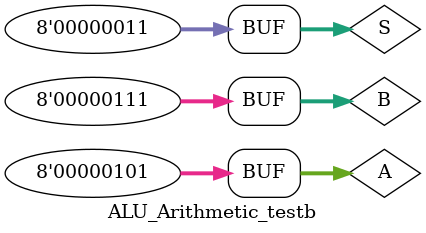
<source format=v>

`timescale 1ns/1ps

module ALU_Arithmetic_testb;

	reg [7:0] A;
	reg [7:0] B;
	reg [7:0] S;

	wire[7:0] OUT;
	wire OVERFLOW;

ALU_Arithmetic ALUA (
	.A(A),
	.B(B),
	.S(S),
	
	.OUT(OUT),
	.OVERFLOW(OVERFLOW)
);

initial begin

	A = 1;
	B = 5;
	S = 0;
	// No overflow, suma
#10; // Wait 10 ns 

	A = 5;
	B = 6;
	S = 0;
	// Sí overflow, suma
#10; // Wait 10 ns 

	A = 4;
	B = 1;
	S = 1;
	// No overflow, resta
#10; // Wait 10 ns 

	A = 1;
	B = 5;
	S = 1;
	// No overflow, resta
#10; // Wait 10 ns 

	A = 4;
	B = 4;
	S = 2;
	// No overflow, +1
#10; // Wait 10 ns 

	A = 7;
	B = 0;
	S = 2;
	// Overflow, +1
#10; // Wait 10 ns 

	A = 3;
	B = 1;
	S = 3;
	// No overflow, 0
#10; // Wait 10 ns 

	A = 5;
	B = 7;
	S = 3;
	// No overflow, 0
#10; // Wait 10 ns 

end
endmodule




	
</source>
